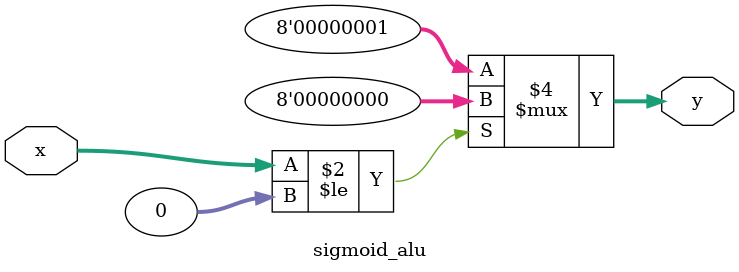
<source format=v>
module sigmoid_alu(
    input wire [7:0] x,
    output wire [7:0] y
);

reg [7:0] y;

always @(x) begin
     if (x <= 0) begin
            y = 0; // xが0以下の場合、出力は0
        end else begin
            y = 1; // xが0より大きい場合、出力は1
        end
    end

endmodule

</source>
